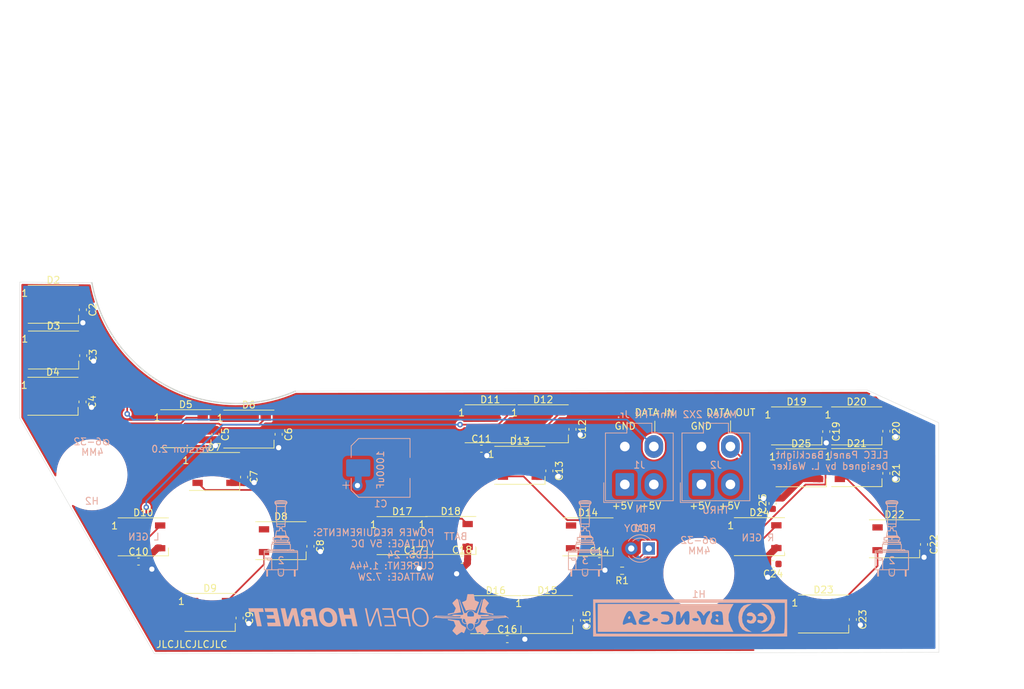
<source format=kicad_pcb>
(kicad_pcb (version 20211014) (generator pcbnew)
  (layers (0 "F.Cu" signal) (31 "B.Cu" signal) (34 "B.Paste" user) (35 "F.Paste" user) (36 "B.SilkS" user "B.Silkscreen") (37 "F.SilkS" user "F.Silkscreen") (38 "B.Mask" user) (39 "F.Mask" user) (44 "Edge.Cuts" user))
  (net 0 "")
  (net 1 "/LEDGND")
  (net 2 "/LED+5V")
  (net 3 "Net-(D1-Pad1)")
  (net 4 "Net-(D2-Pad2)")
  (net 5 "/DATAIN")
  (net 6 "Net-(D3-Pad2)")
  (net 7 "Net-(D4-Pad2)")
  (net 8 "Net-(D5-Pad2)")
  (net 9 "Net-(D6-Pad2)")
  (net 10 "Net-(D7-Pad2)")
  (net 11 "Net-(D8-Pad2)")
  (net 12 "Net-(D10-Pad4)")
  (net 13 "Net-(D10-Pad2)")
  (net 14 "Net-(D11-Pad2)")
  (net 15 "Net-(D12-Pad2)")
  (net 16 "/DATAOUT1")
  (net 17 "Net-(D14-Pad2)")
  (net 18 "Net-(D15-Pad2)")
  (net 19 "Net-(D16-Pad2)")
  (net 20 "Net-(D17-Pad2)")
  (net 21 "Net-(D18-Pad2)")
  (net 22 "Net-(D19-Pad2)")
  (net 23 "Net-(D20-Pad2)")
  (net 24 "Net-(D21-Pad2)")
  (net 25 "Net-(D22-Pad2)")
  (net 26 "Net-(D23-Pad2)")
  (net 27 "Net-(D24-Pad2)")
  (net 28 "/DATAOUT")
  (footprint "OH_Footprints:LED_WS2812B_PLCC4_5.0x5.0mm_P3.2mm" (layer "F.Cu") (at 34.8234 101.067)
    (fp_text reference "D2")
    (fp_text value "WS2812B")
  )
  (footprint "OH_Footprints:LED_WS2812B_PLCC4_5.0x5.0mm_P3.2mm" (layer "F.Cu") (at 34.8488 107.696)
    (fp_text reference "D3")
    (fp_text value "WS2812B")
  )
  (footprint "OH_Footprints:LED_WS2812B_PLCC4_5.0x5.0mm_P3.2mm" (layer "F.Cu") (at 34.761 114.402)
    (fp_text reference "D4")
    (fp_text value "WS2812B")
  )
  (footprint "OH_Footprints:LED_WS2812B_PLCC4_5.0x5.0mm_P3.2mm" (layer "F.Cu") (at 54.0004 119.101)
    (fp_text reference "D5")
    (fp_text value "WS2812B")
  )
  (footprint "OH_Footprints:LED_WS2812B_PLCC4_5.0x5.0mm_P3.2mm" (layer "F.Cu") (at 63.1306 119.151)
    (fp_text reference "D6")
    (fp_text value "WS2812B")
  )
  (footprint "OH_Footprints:LED_WS2812B_PLCC4_5.0x5.0mm_P3.2mm" (layer "F.Cu") (at 58.166 125.298)
    (fp_text reference "D7")
    (fp_text value "WS2812B")
  )
  (footprint "OH_Footprints:LED_WS2812B_PLCC4_5.0x5.0mm_P3.2mm" (layer "F.Cu") (at 67.781 135.331)
    (fp_text reference "D8")
    (fp_text value "WS2812B")
  )
  (footprint "OH_Footprints:LED_WS2812B_PLCC4_5.0x5.0mm_P3.2mm" (layer "F.Cu") (at 57.5194 145.72)
    (fp_text reference "D9")
    (fp_text value "WS2812B")
  )
  (footprint "OH_Footprints:LED_WS2812B_PLCC4_5.0x5.0mm_P3.2mm" (layer "F.Cu") (at 47.842 134.772)
    (fp_text reference "D10")
    (fp_text value "WS2812B")
  )
  (footprint "OH_Footprints:LED_WS2812B_PLCC4_5.0x5.0mm_P3.2mm" (layer "F.Cu") (at 98.0948 118.389)
    (fp_text reference "D11")
    (fp_text value "WS2812B")
  )
  (footprint "OH_Footprints:LED_WS2812B_PLCC4_5.0x5.0mm_P3.2mm" (layer "F.Cu") (at 105.754 118.389)
    (fp_text reference "D12")
    (fp_text value "WS2812B")
  )
  (footprint "OH_Footprints:LED_WS2812B_PLCC4_5.0x5.0mm_P3.2mm" (layer "F.Cu") (at 102.376 124.409)
    (fp_text reference "D13")
    (fp_text value "WS2812B")
  )
  (footprint "OH_Footprints:LED_WS2812B_PLCC4_5.0x5.0mm_P3.2mm" (layer "F.Cu") (at 112.243 134.772)
    (fp_text reference "D14")
    (fp_text value "WS2812B")
  )
  (footprint "OH_Footprints:LED_WS2812B_PLCC4_5.0x5.0mm_P3.2mm" (layer "F.Cu") (at 106.364 146.024)
    (fp_text reference "D15")
    (fp_text value "WS2812B")
  )
  (footprint "OH_Footprints:LED_WS2812B_PLCC4_5.0x5.0mm_P3.2mm" (layer "F.Cu") (at 98.8938 146.05)
    (fp_text reference "D16")
    (fp_text value "WS2812B")
  )
  (footprint "OH_Footprints:LED_WS2812B_PLCC4_5.0x5.0mm_P3.2mm" (layer "F.Cu") (at 85.3302 134.594)
    (fp_text reference "D17")
    (fp_text value "WS2812B")
  )
  (footprint "OH_Footprints:LED_WS2812B_PLCC4_5.0x5.0mm_P3.2mm" (layer "F.Cu") (at 92.3682 134.569)
    (fp_text reference "D18")
    (fp_text value "WS2812B")
  )
  (footprint "OH_Footprints:LED_WS2812B_PLCC4_5.0x5.0mm_P3.2mm" (layer "F.Cu") (at 142.455 118.694)
    (fp_text reference "D19")
    (fp_text value "WS2812B")
  )
  (footprint "OH_Footprints:LED_WS2812B_PLCC4_5.0x5.0mm_P3.2mm" (layer "F.Cu") (at 151.155 118.694)
    (fp_text reference "D20")
    (fp_text value "WS2812B")
  )
  (footprint "OH_Footprints:LED_WS2812B_PLCC4_5.0x5.0mm_P3.2mm" (layer "F.Cu") (at 151.167 124.739)
    (fp_text reference "D21")
    (fp_text value "WS2812B")
  )
  (footprint "OH_Footprints:LED_WS2812B_PLCC4_5.0x5.0mm_P3.2mm" (layer "F.Cu") (at 156.63 135.052)
    (fp_text reference "D22")
    (fp_text value "WS2812B")
  )
  (footprint "OH_Footprints:LED_WS2812B_PLCC4_5.0x5.0mm_P3.2mm" (layer "F.Cu") (at 146.355 145.948)
    (fp_text reference "D23")
    (fp_text value "WS2812B")
  )
  (footprint "OH_Footprints:LED_WS2812B_PLCC4_5.0x5.0mm_P3.2mm" (layer "F.Cu") (at 137.072 134.747)
    (fp_text reference "D24")
    (fp_text value "WS2812B")
  )
  (footprint "OH_Footprints:LED_WS2812B_PLCC4_5.0x5.0mm_P3.2mm" (layer "F.Cu") (at 143.117 124.765)
    (fp_text reference "D25")
    (fp_text value "WS2812B")
  )
  (footprint "OH_Footprints:R_0603_1608Metric" (layer "F.Cu") (at 117.19 139.68 180)
    (fp_text reference "R1")
    (fp_text value "R")
  )
  (footprint "OH_Footprints:C_0603_1608Metric" (layer "F.Cu") (at 39.1 101.862 -90)
    (fp_text reference "C2")
    (fp_text value "C")
  )
  (footprint "OH_Footprints:C_0603_1608Metric" (layer "F.Cu") (at 39.15 108.512 -90)
    (fp_text reference "C3")
    (fp_text value "C")
  )
  (footprint "OH_Footprints:C_0603_1608Metric" (layer "F.Cu") (at 39.05 115.212 -90)
    (fp_text reference "C4")
    (fp_text value "C")
  )
  (footprint "OH_Footprints:C_0603_1608Metric" (layer "F.Cu") (at 58.3 119.912 -90)
    (fp_text reference "C5")
    (fp_text value "C")
  )
  (footprint "OH_Footprints:C_0603_1608Metric" (layer "F.Cu") (at 67.45 119.912 -90)
    (fp_text reference "C6")
    (fp_text value "C")
  )
  (footprint "OH_Footprints:C_0603_1608Metric" (layer "F.Cu") (at 62.45 126.112 -90)
    (fp_text reference "C7")
    (fp_text value "C")
  )
  (footprint "OH_Footprints:C_0603_1608Metric" (layer "F.Cu") (at 72.05 136.138 -90)
    (fp_text reference "C8")
    (fp_text value "C")
  )
  (footprint "OH_Footprints:C_0603_1608Metric" (layer "F.Cu") (at 61.8 146.538 -90)
    (fp_text reference "C9")
    (fp_text value "C")
  )
  (footprint "OH_Footprints:C_0603_1608Metric" (layer "F.Cu") (at 47.1625 138.35)
    (fp_text reference "C10")
    (fp_text value "C")
  )
  (footprint "OH_Footprints:C_0603_1608Metric" (layer "F.Cu") (at 96.8125 122)
    (fp_text reference "C11")
    (fp_text value "C")
  )
  (footprint "OH_Footprints:C_0603_1608Metric" (layer "F.Cu") (at 110 119.188 -90)
    (fp_text reference "C12")
    (fp_text value "C")
  )
  (footprint "OH_Footprints:C_0603_1608Metric" (layer "F.Cu") (at 106.65 125.212 -90)
    (fp_text reference "C13")
    (fp_text value "C")
  )
  (footprint "OH_Footprints:C_0603_1608Metric" (layer "F.Cu") (at 113.9 138.3)
    (fp_text reference "C14")
    (fp_text value "C")
  )
  (footprint "OH_Footprints:C_0603_1608Metric" (layer "F.Cu") (at 110.65 146.862 -90)
    (fp_text reference "C15")
    (fp_text value "C")
  )
  (footprint "OH_Footprints:C_0603_1608Metric" (layer "F.Cu") (at 87.0125 138.15)
    (fp_text reference "C17")
    (fp_text value "C")
  )
  (footprint "OH_Footprints:C_0603_1608Metric" (layer "F.Cu") (at 94.0125 138.1)
    (fp_text reference "C18")
    (fp_text value "C")
  )
  (footprint "OH_Footprints:C_0603_1608Metric" (layer "F.Cu") (at 146.75 119.512 -90)
    (fp_text reference "C19")
    (fp_text value "C")
  )
  (footprint "OH_Footprints:C_0603_1608Metric" (layer "F.Cu") (at 100.562 149.6)
    (fp_text reference "C16")
    (fp_text value "C")
  )
  (footprint "OH_Footprints:C_0603_1608Metric" (layer "F.Cu") (at 155.45 119.462 -90)
    (fp_text reference "C20")
    (fp_text value "C")
  )
  (footprint "OH_Footprints:C_0603_1608Metric" (layer "F.Cu") (at 155.45 125.562 -90)
    (fp_text reference "C21")
    (fp_text value "C")
  )
  (footprint "OH_Footprints:C_0603_1608Metric" (layer "F.Cu") (at 160.91 135.87 -90)
    (fp_text reference "C22")
    (fp_text value "C")
  )
  (footprint "OH_Footprints:C_0603_1608Metric" (layer "F.Cu") (at 150.6 146.752 -90)
    (fp_text reference "C23")
    (fp_text value "C")
  )
  (footprint "OH_Footprints:C_0603_1608Metric" (layer "F.Cu") (at 139.0575 138.7 180)
    (fp_text reference "C24")
    (fp_text value "C")
  )
  (footprint "OH_Footprints:C_0603_1608Metric" (layer "F.Cu") (at 138.98 129.94 90)
    (fp_text reference "C25")
    (fp_text value "C")
  )
  (footprint "OH_Backlighting:SxAL_Toggle_13x13mm" (layer "F.Cu") (at 146.7104 134.7978)
    (fp_text reference "3" hide)
    (fp_text value "SxAL_Toggle_13x13mm" hide)
  )
  (footprint "OH_Backlighting:SxAL_Toggle_13x13mm" (layer "F.Cu") (at 102.2604 134.7978)
    (fp_text reference "2" hide)
    (fp_text value "SxAL_Toggle_13x13mm" hide)
  )
  (footprint "OH_Backlighting:SxAL_Toggle_13x13mm" (layer "F.Cu") (at 57.8104 134.979916)
    (fp_text reference "1" hide)
    (fp_text value "SxAL_Toggle_13x13mm" hide)
  )
  (footprint "OH_Backlighting:OH_Panel_6-32_PHS" (layer "F.Cu") (at 128.2954 140.0683)
    (fp_text reference "4" hide)
    (fp_text value "OH_Panel_Fastner_Keepout" hide)
  )
  (footprint "OH_Backlighting:OH_Panel_6-32_PHS" (layer "F.Cu") (at 40.4114 125.7808)
    (fp_text reference "5" hide)
    (fp_text value "OH_Panel_Fastner_Keepout" hide)
  )
  (footprint "Kicad Footprint Files:S2ALToggle" (layer "B.Cu") (at 67.9196 135.128 180)
    (fp_text reference "G1" hide)
    (fp_text value "LOGO" hide)
  )
  (footprint "Kicad Footprint Files:S2ALToggle" (layer "B.Cu") (at 156.3878 135.128 180)
    (fp_text reference "G3" hide)
    (fp_text value "LOGO" hide)
  )
  (footprint "Kicad Footprint Files:S3ALToggle" (layer "B.Cu") (at 111.9632 135.128 180)
    (fp_text reference "G2" hide)
    (fp_text value "LOGO" hide)
  )
  (footprint "OH_Footprints:CP_Elec_8x10" (layer "B.Cu") (at 82.22 124.78)
    (fp_text reference "C1")
    (fp_text value "C_Polarized")
  )
  (footprint "OH_Footprints:LED_D3.0mm" (layer "B.Cu") (at 121.05 136.46 180)
    (fp_text reference "D1")
    (fp_text value "LED")
  )
  (footprint "OH_Footprints:Molex_Mini-Fit_Jr_5566-04A_2x02_P4.20mm_Vertical" (layer "B.Cu") (at 117.58 127.18)
    (fp_text reference "J1")
    (fp_text value "Conn_01x04_Female")
  )
  (footprint "OH_Footprints:Molex_Mini-Fit_Jr_5566-04A_2x02_P4.20mm_Vertical" (layer "B.Cu") (at 128.67 127.18)
    (fp_text reference "J2")
    (fp_text value "Conn_01x04_Female")
  )
  (footprint "OH_General:CC-BY-NC-SA-Small" (layer "B.Cu") (at 127.12 146.52 180)
    (fp_text reference "G5" hide)
    (fp_text value "LOGO" hide)
  )
  (footprint "OH_General:OH_LOGO_37.7mm_5.9mm" (layer "B.Cu") (at 81.92 146.05 180)
    (fp_text reference "G4" hide)
    (fp_text value "LOGO" hide)
  )
  (gr_line (start 132.9 119.6) (end 132.9 117.95) (layer "F.SilkS") (width 0.12))
  (gr_line (start 121.925 118) (end 121.925 119.55) (layer "F.SilkS") (width 0.12))
  (gr_arc (start 69.85081 113.666856) (mid 51.321601 112.936801) (end 40.4114 97.9424) (layer "Edge.Cuts") (width 0.2))
  (gr_line (start 163.068 151.511) (end 163.0426 118.237) (layer "Edge.Cuts") (width 0.05))
  (gr_line (start 49.4284 151.6888) (end 163.068 151.511) (layer "Edge.Cuts") (width 0.05))
  (gr_line (start 29.9466 117.5512) (end 49.4284 151.6888) (layer "Edge.Cuts") (width 0.05))
  (gr_line (start 152.7048 113.5126) (end 69.85081 113.666856) (layer "Edge.Cuts") (width 0.05))
  (gr_line (start 29.9466 97.8662) (end 40.4114 97.9424) (layer "Edge.Cuts") (width 0.05))
  (gr_line (start 163.0426 118.237) (end 152.7048 113.5126) (layer "Edge.Cuts") (width 0.05))
  (gr_line (start 29.9466 97.8662) (end 29.9466 117.5512) (layer "Edge.Cuts") (width 0.05))
  (gr_text "L GEN" (at 47.9298 134.7724) (layer "B.SilkS") (effects (font (size 1 1)) (justify mirror)))
  (gr_text "R GEN" (at 136.8552 134.8994) (layer "B.SilkS") (effects (font (size 1 1)) (justify mirror)))
  (gr_text "Molex 2X2 Mini-Fit Jr." (at 125.13 117.04) (layer "B.SilkS") (effects (font (size 1 1)) (justify mirror)))
  (gr_text "1000uF" (at 82.2 125.08 90) (layer "B.SilkS") (effects (font (size 1 1)) (justify mirror)))
  (gr_text "ELEC Panel Backlight\nDesigned by L. Walker" (at 155.85 123.72) (layer "B.SilkS") (effects (font (size 1 1)) (justify left mirror)))
  (gr_text "Version 2.0" (at 53.3146 122.047) (layer "B.SilkS") (effects (font (size 1 1)) (justify mirror)))
  (gr_text "THRU" (at 130.75 130.91) (layer "B.SilkS") (effects (font (size 1 1)) (justify mirror)))
  (gr_text "READY" (at 119.8 133.55) (layer "B.SilkS") (effects (font (size 1 1)) (justify mirror)))
  (gr_text "POWER REQUIREMENTS:\nVOLTAGE: 5V DC\nLEDS: 24\nCURRENT: 1.44A\nWATTAGE: 7.2W" (at 90.07 137.37) (layer "B.SilkS") (effects (font (size 1 1)) (justify left mirror)))
  (gr_text "BATT" (at 93.091 134.7216) (layer "B.SilkS") (effects (font (size 1 1)) (justify mirror)))
  (gr_text "IN" (at 119.87 130.73) (layer "B.SilkS") (effects (font (size 1 1)) (justify mirror)))
  (gr_text "+5V" (at 132.725 130.275) (layer "F.SilkS") (effects (font (size 1 1))))
  (gr_text "GND" (at 128.65 118.725) (layer "F.SilkS") (effects (font (size 1 1))))
  (gr_text "DATA OUT" (at 132.925 116.75) (layer "F.SilkS") (effects (font (size 1 1))))
  (gr_text "DATA IN" (at 121.9 116.75) (layer "F.SilkS") (effects (font (size 1 1))))
  (gr_text "+5V" (at 128.475 130.275) (layer "F.SilkS") (effects (font (size 1 1))))
  (gr_text "JLCJLCJLCJLC" (at 54.875 150.35) (layer "F.SilkS") (effects (font (size 1 1))))
  (gr_text "+5V" (at 121.325 130.275) (layer "F.SilkS") (effects (font (size 1 1))))
  (gr_text "+5V" (at 117.25 130.275) (layer "F.SilkS") (effects (font (size 1 1))))
  (gr_text "GND" (at 117.625 118.725) (layer "F.SilkS") (effects (font (size 1 1))))
  (segment (start 49.09 139.45) (end 49.09 139.45) (width 1) (layer "F.Cu") (net 1))
  (segment (start 138.27 140.62) (end 138.27 140.62) (width 1) (layer "F.Cu") (net 1))
  (segment (start 93.22 140.12) (end 93.255 140.12) (width 1) (layer "F.Cu") (net 1))
  (segment (start 103.1 149.6) (end 103.1 149.6) (width 1) (layer "F.Cu") (net 1))
  (segment (start 145.567 126.365) (end 145.795 126.365) (width 1) (layer "F.Cu") (net 1))
  (segment (start 116.402 139.68) (end 114.78 139.68) (width 1) (layer "F.Cu") (net 1))
  (segment (start 61.795 147.32) (end 61.8 147.325) (width 1) (layer "F.Cu") (net 1))
  (segment (start 150.6 147.54) (end 151.145 147.535) (width 1) (layer "F.Cu") (net 1))
  (segment (start 50.292 136.372) (end 49.928 136.372) (width 1) (layer "F.Cu") (net 1))
  (segment (start 39.05 116) (end 40.35 116) (width 1) (layer "F.Cu") (net 1))
  (segment (start 160.907 136.655) (end 160.91 136.658) (width 1) (layer "F.Cu") (net 1))
  (segment (start 39.1 102.65) (end 39.1 103.75) (width 1) (layer "F.Cu") (net 1))
  (segment (start 37.211 116.002) (end 39.048 116.002) (width 1) (layer "F.Cu") (net 1))
  (segment (start 114.693 138.294) (end 114.6905 138.297) (width 1) (layer "F.Cu") (net 1))
  (segment (start 100.5448 119.989) (end 100.545 119.989) (width 1) (layer "F.Cu") (net 1))
  (segment (start 99.461 119.989) (end 100.5448 119.989) (width 1) (layer "F.Cu") (net 1))
  (segment (start 155.4445 126.3445) (end 155.445 126.3445) (width 1) (layer "F.Cu") (net 1))
  (segment (start 160.91 136.658) (end 160.91 137.73) (width 1) (layer "F.Cu") (net 1))
  (segment (start 109.986 119.989) (end 109.993 119.982) (width 1) (layer "F.Cu") (net 1))
  (segment (start 104.826 126.009) (end 106.641 126.009) (width 1) (layer "F.Cu") (net 1))
  (segment (start 146.747 120.297) (end 146.7475 120.297) (width 1) (layer "F.Cu") (net 1))
  (segment (start 110.65 147.65) (end 111.95 147.65) (width 1) (layer "F.Cu") (net 1))
  (segment (start 97.6 122) (end 97.6 121.85) (width 1) (layer "F.Cu") (net 1))
  (segment (start 87.8 138.15) (end 87.8 139.35) (width 1) (layer "F.Cu") (net 1))
  (segment (start 62.45 126.9) (end 63.9 126.9) (width 1) (layer "F.Cu") (net 1))
  (segment (start 65.5806 120.751) (end 67.399 120.751) (width 1) (layer "F.Cu") (net 1))
  (segment (start 109.993 119.982) (end 110 119.975) (width 1) (layer "F.Cu") (net 1))
  (segment (start 101.344 148.337) (end 101.344 149.594) (width 1) (layer "F.Cu") (net 1))
  (segment (start 150.6045 147.535) (end 150.6 147.5395) (width 1) (layer "F.Cu") (net 1))
  (segment (start 72.044 136.931) (end 72.047 136.928) (width 1) (layer "F.Cu") (net 1))
  (segment (start 73.5 136.9) (end 73.475 136.925) (width 1) (layer "F.Cu") (net 1))
  (segment (start 101.344 148.337) (end 101.3438 148.3368) (width 1) (layer "F.Cu") (net 1))
  (segment (start 160.907 136.655) (end 160.9075 136.655) (width 1) (layer "F.Cu") (net 1))
  (segment (start 39.1485 109.298) (end 39.15 109.2995) (width 1) (layer "F.Cu") (net 1))
  (segment (start 109.993 119.982) (end 109.9935 119.982) (width 1) (layer "F.Cu") (net 1))
  (segment (start 67.45 120.7) (end 67.45 121.85) (width 1) (layer "F.Cu") (net 1))
  (segment (start 94.8182 136.169) (end 94.8182 138.082) (width 1) (layer "F.Cu") (net 1))
  (segment (start 110 119.975) (end 111.125 119.975) (width 1) (layer "F.Cu") (net 1))
  (segment (start 146.747 120.297) (end 146.75 120.3) (width 1) (layer "F.Cu") (net 1))
  (segment (start 148.805 147.548) (end 150.592 147.548) (width 1) (layer "F.Cu") (net 1))
  (segment (start 106.641 126.009) (end 106.65 126) (width 1) (layer "F.Cu") (net 1))
  (segment (start 62.448 126.898) (end 62.449 126.899) (width 1) (layer "F.Cu") (net 1))
  (segment (start 39.146 109.296) (end 39.148 109.298) (width 1) (layer "F.Cu") (net 1))
  (segment (start 62.4495 126.899) (end 62.45 126.8995) (width 1) (layer "F.Cu") (net 1))
  (segment (start 139.522 136.347) (end 138.27 137.599) (width 1) (layer "F.Cu") (net 1))
  (segment (start 114.6905 138.297) (end 114.6875 138.3) (width 1) (layer "F.Cu") (net 1))
  (segment (start 145.816991 126.343009) (end 143.198993 126.343009) (width 1) (layer "F.Cu") (net 1))
  (segment (start 106.65 126) (end 106.65 125.9995) (width 1) (layer "F.Cu") (net 1))
  (segment (start 47.95 138.35) (end 47.99 138.35) (width 1) (layer "F.Cu") (net 1))
  (segment (start 94.8 138.575) (end 93.22 140.12) (width 1) (layer "F.Cu") (net 1))
  (segment (start 101.344 147.65) (end 101.344 148.337) (width 1) (layer "F.Cu") (net 1))
  (segment (start 62.449 126.899) (end 62.4495 126.899) (width 1) (layer "F.Cu") (net 1))
  (segment (start 94.8 138.1) (end 94.8 138.575) (width 1) (layer "F.Cu") (net 1))
  (segment (start 39.148 109.298) (end 39.15 109.3) (width 1) (layer "F.Cu") (net 1))
  (segment (start 138.27 137.599) (end 138.27 138.7) (width 1) (layer "F.Cu") (net 1))
  (segment (start 39.148 109.298) (end 39.1485 109.298) (width 1) (layer "F.Cu") (net 1))
  (segment (start 151.145 147.535) (end 151.69 147.53) (width 1) (layer "F.Cu") (net 1))
  (segment (start 97.6 121.85) (end 99.461 119.989) (width 1) (layer "F.Cu") (net 1))
  (segment (start 108.204 119.989) (end 109.986 119.989) (width 1) (layer "F.Cu") (net 1))
  (segment (start 114.78 139.68) (end 114.7 139.6) (width 1) (layer "F.Cu") (net 1))
  (segment (start 114.7 139.6) (end 114.688 139.588) (width 1) (layer "F.Cu") (net 1))
  (segment (start 101.3495 149.6) (end 103.1 149.6) (width 1) (layer "F.Cu") (net 1))
  (segment (start 62.449 126.899) (end 62.45 126.9) (width 1) (layer "F.Cu") (net 1))
  (segment (start 151.145 147.535) (end 150.6045 147.535) (width 1) (layer "F.Cu") (net 1))
  (segment (start 110.6498 147.6497) (end 110.65 147.65) (width 1) (layer "F.Cu") (net 1))
  (segment (start 112 147.65) (end 111.95 147.65) (width 1) (layer "F.Cu") (net 1))
  (segment (start 160.9075 136.655) (end 160.91 136.6575) (width 1) (layer "F.Cu") (net 1))
  (segment (start 39.048 116.002) (end 39.05 116) (width 1) (layer "F.Cu") (net 1))
  (segment (start 101.3438 148.3368) (end 101.3438 147.65) (width 1) (layer "F.Cu") (net 1))
  (segment (start 97.6 122) (end 97.6 123) (width 1) (layer "F.Cu") (net 1))
  (segment (start 72.0475 136.928) (end 72.05 136.9255) (width 1) (layer "F.Cu") (net 1))
  (segment (start 72.047 136.928) (end 72.0475 136.928) (width 1) (layer "F.Cu") (net 1))
  (segment (start 58.299 120.701) (end 58.3 120.7) (width 1) (layer "F.Cu") (net 1))
  (segment (start 37.2734 102.667) (end 39.083 102.667) (width 1) (layer "F.Cu") (net 1))
  (segment (start 49.928 136.372) (end 47.95 138.35) (width 1) (layer "F.Cu") (net 1))
  (segment (start 155.445 126.3445) (end 155.45 126.3495) (width 1) (layer "F.Cu") (net 1))
  (segment (start 151.69 147.53) (end 151.68 147.54) (width 1) (layer "F.Cu") (net 1))
  (segment (start 155.439 126.339) (end 155.4445 126.3445) (width 1) (layer "F.Cu") (net 1))
  (segment (start 87.7802 136.194) (end 87.7802 138.13) (width 1) (layer "F.Cu") (net 1))
  (segment (start 159.08 136.652) (end 160.904 136.652) (width 1) (layer "F.Cu") (net 1))
  (segment (start 56.4504 120.701) (end 58.299 120.701) (width 1) (layer "F.Cu") (net 1))
  (segment (start 67.45 120.7) (end 67.45 120.6995) (width 1) (layer "F.Cu") (net 1))
  (segment (start 67.399 120.751) (end 67.45 120.7) (width 1) (layer "F.Cu") (net 1))
  (segment (start 110.65 147.6495) (end 110.6498 147.6497) (width 1) (layer "F.Cu") (net 1))
  (segment (start 114.693 136.372) (end 114.693 138.294) (width 1) (layer "F.Cu") (net 1))
  (segment (start 160.904 136.652) (end 160.907 136.655) (width 1) (layer "F.Cu") (net 1))
  (segment (start 114.688 138.3) (end 114.7 139.6) (width 1) (layer "F.Cu") (net 1))
  (segment (start 101.3495 149.5995) (end 101.35 149.6) (width 1) (layer "F.Cu") (net 1))
  (segment (start 155.45 120.25) (end 155.45 120.2495) (width 1) (layer "F.Cu") (net 1))
  (segment (start 153.605 120.294) (end 155.406 120.294) (width 1) (layer "F.Cu") (net 1))
  (segment (start 97.6 123) (end 97.6 123.05) (width 1) (layer "F.Cu") (net 1))
  (segment (start 39.05 116) (end 39.05 115.9995) (width 1) (layer "F.Cu") (net 1))
  (segment (start 143.198993 126.343009) (end 140.389502 129.1525) (width 1) (layer "F.Cu") (net 1))
  (segment (start 140.389502 129.1525) (end 138.98 129.1525) (width 1) (layer "F.Cu") (net 1))
  (segment (start 101.3495 149.5995) (end 101.3495 149.6) (width 1) (layer "F.Cu") (net 1))
  (segment (start 146.75 120.3) (end 146.75 121.15) (width 1) (layer "F.Cu") (net 1))
  (segment (start 139.0005 129.188) (end 139 129.188) (width 1) (layer "F.Cu") (net 1))
  (segment (start 145.795 126.365) (end 145.816991 126.343009) (width 1) (layer "F.Cu") (net 1))
  (segment (start 39.083 102.667) (end 39.1 102.65) (width 1) (layer "F.Cu") (net 1))
  (segment (start 109.9935 119.982) (end 110 119.9755) (width 1) (layer "F.Cu") (net 1))
  (segment (start 94.8182 138.082) (end 94.8 138.1) (width 1) (layer "F.Cu") (net 1))
  (segment (start 59.9694 147.32) (end 61.795 147.32) (width 1) (layer "F.Cu") (net 1))
  (segment (start 155.45 126.35) (end 156.75 126.35) (width 1) (layer "F.Cu") (net 1))
  (segment (start 108.814 147.624) (end 110.624 147.624) (width 1) (layer "F.Cu") (net 1))
  (segment (start 146.7475 120.297) (end 146.75 120.2995) (width 1) (layer "F.Cu") (net 1))
  (segment (start 116.402 139.68) (end 116.4025 139.68) (width 1) (layer "F.Cu") (net 1))
  (segment (start 139.0005 129.188) (end 139 129.1875) (width 1) (layer "F.Cu") (net 1))
  (segment (start 150.592 147.548) (end 150.6 147.54) (width 1) (layer "F.Cu") (net 1))
  (segment (start 139 129.188) (end 137.66 129.21) (width 1) (layer "F.Cu") (net 1))
  (segment (start 58.3 120.7) (end 58.3 120.6995) (width 1) (layer "F.Cu") (net 1))
  (segment (start 58.3 120.7) (end 58.3 121.55) (width 1) (layer "F.Cu") (net 1))
  (segment (start 106.65 126) (end 107.95 126) (width 1) (layer "F.Cu") (net 1))
  (segment (start 114.6905 138.297) (end 114.688 138.3) (width 1) (layer "F.Cu") (net 1))
  (segment (start 39.1 102.65) (end 39.1 102.6495) (width 1) (layer "F.Cu") (net 1))
  (segment (start 144.905 120.294) (end 146.744 120.294) (width 1) (layer "F.Cu") (net 1))
  (segment (start 110.624 147.624) (end 110.6498 147.6497) (width 1) (layer "F.Cu") (net 1))
  (segment (start 70.231 136.931) (end 72.044 136.931) (width 1) (layer "F.Cu") (net 1))
  (segment (start 101.344 149.594) (end 101.3495 149.5995) (width 1) (layer "F.Cu") (net 1))
  (segment (start 146.744 120.294) (end 146.747 120.297) (width 1) (layer "F.Cu") (net 1))
  (segment (start 155.4445 126.3445) (end 155.45 126.35) (width 1) (layer "F.Cu") (net 1))
  (segment (start 155.45 120.25) (end 156.8 120.25) (width 1) (layer "F.Cu") (net 1))
  (segment (start 155.406 120.294) (end 155.45 120.25) (width 1) (layer "F.Cu") (net 1))
  (segment (start 61.8 147.325) (end 63.125 147.325) (width 1) (layer "F.Cu") (net 1))
  (segment (start 61.8 147.325) (end 61.8 147.3255) (width 1) (layer "F.Cu") (net 1))
  (segment (start 47.99 138.35) (end 49.09 139.45) (width 1) (layer "F.Cu") (net 1))
  (segment (start 72.05 136.925) (end 73.5 136.9) (width 1) (layer "F.Cu") (net 1))
  (segment (start 39.15 109.3) (end 40.65 109.3) (width 1) (layer "F.Cu") (net 1))
  (segment (start 37.2988 109.296) (end 39.146 109.296) (width 1) (layer "F.Cu") (net 1))
  (segment (start 87.7802 138.13) (end 87.8 138.15) (width 1) (layer "F.Cu") (net 1))
  (segment (start 60.616 126.898) (end 62.448 126.898) (width 1) (layer "F.Cu") (net 1))
  (segment (start 153.617 126.339) (end 155.439 126.339) (width 1) (layer "F.Cu") (net 1))
  (segment (start 72.047 136.928) (end 72.05 136.925) (width 1) (layer "F.Cu") (net 1))
  (segment (start 138.27 138.7) (end 138.27 140.62) (width 1) (layer "F.Cu") (net 1))
  (via (at 97.6 123) (size 1.5) (drill 0.75) (layers "F.Cu" "B.Cu") (net 1))
  (via (at 63.9 126.9) (size 1.5) (drill 0.75) (layers "F.Cu" "B.Cu") (net 1))
  (via (at 103.1 149.6) (size 1.5) (drill 0.75) (layers "F.Cu" "B.Cu") (net 1))
  (via (at 87.8 139.35) (size 1.5) (drill 0.75) (layers "F.Cu" "B.Cu") (net 1))
  (via (at 112 147.65) (size 1.5) (drill 0.75) (layers "F.Cu" "B.Cu") (net 1))
  (via (at 73.5 136.9) (size 1.5) (drill 0.75) (layers "F.Cu" "B.Cu") (net 1))
  (via (at 151.69 147.53) (size 1.5) (drill 0.75) (layers "F.Cu" "B.Cu") (net 1))
  (via (at 49.09 139.45) (size 1.5) (drill 0.75) (layers "F.Cu" "B.Cu") (net 1))
  (via (at 39.1 103.75) (size 1.5) (drill 0.75) (layers "F.Cu" "B.Cu") (net 1))
  (via (at 137.66 129.21) (size 1.5) (drill 0.75) (layers "F.Cu" "B.Cu") (net 1))
  (via (at 107.95 126) (size 1.5) (drill 0.75) (layers "F.Cu" "B.Cu") (net 1))
  (via (at 40.35 116) (size 1.5) (drill 0.75) (layers "F.Cu" "B.Cu") (net 1))
  (via (at 146.75 121.15) (size 1.5) (drill 0.75) (layers "F.Cu" "B.Cu") (net 1))
  (via (at 93.22 140.12) (size 1.5) (drill 0.75) (layers "F.Cu" "B.Cu") (net 1))
  (via (at 114.7 139.6) (size 1.5) (drill 0.75) (layers "F.Cu" "B.Cu") (net 1))
  (via (at 111.125 119.975) (size 1.5) (drill 0.75) (layers "F.Cu" "B.Cu") (net 1))
  (via (at 67.45 121.85) (size 1.5) (drill 0.75) (layers "F.Cu" "B.Cu") (net 1))
  (via (at 160.91 137.73) (size 1.5) (drill 0.75) (layers "F.Cu" "B.Cu") (net 1))
  (via (at 58.3 121.55) (size 1.5) (drill 0.75) (layers "F.Cu" "B.Cu") (net 1))
  (via (at 63.125 147.325) (size 1.5) (drill 0.75) (layers "F.Cu" "B.Cu") (net 1))
  (via (at 156.75 126.35) (size 1.5) (drill 0.75) (layers "F.Cu" "B.Cu") (net 1))
  (via (at 40.65 109.3) (size 1.5) (drill 0.75) (layers "F.Cu" "B.Cu") (net 1))
  (via (at 138.27 140.62) (size 1.5) (drill 0.75) (layers "F.Cu" "B.Cu") (net 1))
  (via (at 156.8 120.25) (size 1.5) (drill 0.75) (layers "F.Cu" "B.Cu") (net 1))
  (via (at 78.8629 127.3336) (size 1.5) (drill 0.75) (layers "F.Cu" "B.Cu") (net 2))
  (segment (start 78.8629 127.3336) (end 78.97 127.2265) (width 1) (layer "B.Cu") (net 2))
  (segment (start 78.97 127.2265) (end 78.97 124.78) (width 1) (layer "B.Cu") (net 2))
  (segment (start 117.978 139.606) (end 117.978 139.532) (width 0.25) (layer "F.Cu") (net 3))
  (segment (start 117.978 139.532) (end 121.05 136.46) (width 0.25) (layer "F.Cu") (net 3))
  (segment (start 117.978 139.68) (end 117.978 139.606) (width 0.25) (layer "F.Cu") (net 3))
  (segment (start 117.9775 139.6065) (end 117.9775 139.68) (width 0.25) (layer "F.Cu") (net 3))
  (segment (start 117.978 139.606) (end 117.9775 139.6065) (width 0.25) (layer "F.Cu") (net 3))
  (segment (start 32.3734 102.667) (end 33.8698 102.667) (width 0.25) (layer "F.Cu") (net 4))
  (segment (start 33.8698 102.667) (end 37.2988 106.096) (width 0.25) (layer "F.Cu") (net 4))
  (segment (start 38.736494 99.467) (end 37.2734 99.467) (width 0.25) (layer "F.Cu") (net 5))
  (segment (start 45.52 109.9) (end 45.52 116.95) (width 0.25) (layer "F.Cu") (net 5))
  (segment (start 40.661123 101.391629) (end 38.736494 99.467) (width 0.25) (layer "F.Cu") (net 5))
  (segment (start 40.661123 105.041123) (end 40.661123 101.391629) (width 0.25) (layer "F.Cu") (net 5))
  (segment (start 40.661123 105.041123) (end 45.52 109.9) (width 0.25) (layer "F.Cu") (net 5))
  (via (at 45.52 116.95) (size 0.8) (drill 0.4) (layers "F.Cu" "B.Cu") (net 5))
  (segment (start 45.52 116.95) (end 45.51 116.93) (width 0.25) (layer "B.Cu") (net 5))
  (segment (start 117.88 117.78) (end 52.62 117.78) (width 0.25) (layer "B.Cu") (net 5))
  (segment (start 121.78 121.68) (end 117.88 117.78) (width 0.25) (layer "B.Cu") (net 5))
  (segment (start 46.36 117.78) (end 45.52 116.95) (width 0.25) (layer "B.Cu") (net 5))
  (segment (start 46.59 117.78) (end 46.36 117.78) (width 0.25) (layer "B.Cu") (net 5))
  (segment (start 52.62 117.78) (end 46.59 117.78) (width 0.25) (layer "B.Cu") (net 5))
  (segment (start 33.705 109.296) (end 37.211 112.802) (width 0.25) (layer "F.Cu") (net 6))
  (segment (start 32.3988 109.296) (end 33.705 109.296) (width 0.25) (layer "F.Cu") (net 6))
  (segment (start 34.635001 118.326001) (end 53.288989 118.326001) (width 0.25) (layer "F.Cu") (net 7))
  (segment (start 53.288989 118.326001) (end 54.11399 117.501) (width 0.25) (layer "F.Cu") (net 7))
  (segment (start 54.11399 117.501) (end 56.4504 117.501) (width 0.25) (layer "F.Cu") (net 7))
  (segment (start 32.311 116.002) (end 34.635001 118.326001) (width 0.25) (layer "F.Cu") (net 7))
  (segment (start 64.631347 118.500253) (end 58.919747 118.500253) (width 0.25) (layer "F.Cu") (net 8))
  (segment (start 65.5806 117.551) (end 64.631347 118.500253) (width 0.25) (layer "F.Cu") (net 8))
  (segment (start 53.88941 118.36199) (end 51.5504 120.701) (width 0.25) (layer "F.Cu") (net 8))
  (segment (start 58.919747 118.500253) (end 58.781484 118.36199) (width 0.25) (layer "F.Cu") (net 8))
  (segment (start 58.781484 118.36199) (end 53.88941 118.36199) (width 0.25) (layer "F.Cu") (net 8))
  (segment (start 60.6806 120.751) (end 60.6806 123.6334) (width 0.25) (layer "F.Cu") (net 9))
  (segment (start 60.6806 123.6334) (end 60.616 123.698) (width 0.25) (layer "F.Cu") (net 9))
  (segment (start 56.793001 127.975001) (end 64.475001 127.975001) (width 0.25) (layer "F.Cu") (net 10))
  (segment (start 64.475001 127.975001) (end 70.231 133.731) (width 0.25) (layer "F.Cu") (net 10))
  (segment (start 55.716 126.898) (end 56.793001 127.975001) (width 0.25) (layer "F.Cu") (net 10))
  (segment (start 65.331 138.7584) (end 65.331 136.931) (width 0.25) (layer "F.Cu") (net 11))
  (segment (start 59.9694 144.12) (end 65.331 138.7584) (width 0.25) (layer "F.Cu") (net 11))
  (segment (start 45.61249 138.86309) (end 45.61249 137.86751) (width 0.25) (layer "F.Cu") (net 12))
  (segment (start 50.292 133.188) (end 50.292 133.172) (width 0.25) (layer "F.Cu") (net 12))
  (segment (start 54.0694 147.32) (end 45.61249 138.86309) (width 0.25) (layer "F.Cu") (net 12))
  (segment (start 45.61249 137.86751) (end 50.292 133.188) (width 0.25) (layer "F.Cu") (net 12))
  (segment (start 55.0694 147.32) (end 54.0694 147.32) (width 0.25) (layer "F.Cu") (net 12))
  (segment (start 93.72 118.51) (end 93.75 118.48) (width 0.25) (layer "F.Cu") (net 13))
  (segment (start 45.392 136.372) (end 48.28 133.484) (width 0.25) (layer "F.Cu") (net 13))
  (segment (start 48.28 133.484) (end 48.28 130.48) (width 0.25) (layer "F.Cu") (net 13))
  (segment (start 99.29 118.48) (end 93.72 118.51) (width 0.25) (layer "F.Cu") (net 13))
  (segment (start 100.5448 116.789) (end 100.5448 117.2252) (width 0.25) (layer "F.Cu") (net 13))
  (segment (start 100.5448 117.2252) (end 99.29 118.48) (width 0.25) (layer "F.Cu") (net 13))
  (via (at 93.72 118.51) (size 0.8) (drill 0.4) (layers "F.Cu" "B.Cu") (net 13))
  (via (at 48.28 130.48) (size 0.8) (drill 0.4) (layers "F.Cu" "B.Cu") (net 13))
  (segment (start 48.28 129.593764) (end 48.28 130.48) (width 0.25) (layer "B.Cu") (net 13))
  (segment (start 59.363764 118.51) (end 48.28 129.593764) (width 0.25) (layer "B.Cu") (net 13))
  (segment (start 93.72 118.51) (end 61.32 118.51) (width 0.25) (layer "B.Cu") (net 13))
  (segment (start 61.32 118.51) (end 59.363764 118.51) (width 0.25) (layer "B.Cu") (net 13))
  (segment (start 106.054394 118.938606) (end 108.204 116.789) (width 0.25) (layer "F.Cu") (net 14))
  (segment (start 96.6448 119.989) (end 97.695194 118.938606) (width 0.25) (layer "F.Cu") (net 14))
  (segment (start 95.6448 119.989) (end 96.6448 119.989) (width 0.25) (layer "F.Cu") (net 14))
  (segment (start 97.695194 118.938606) (end 106.054394 118.938606) (width 0.25) (layer "F.Cu") (net 14))
  (segment (start 104.826 122.809) (end 104.826 121.511) (width 0.25) (layer "F.Cu") (net 15))
  (segment (start 104.826 121.511) (end 103.304 119.989) (width 0.25) (layer "F.Cu") (net 15))
  (segment (start 99.926 126.009) (end 102.9122 126.009) (width 0.25) (layer "F.Cu") (net 16))
  (segment (start 109.2499 132.3467) (end 112.7924 132.3467) (width 0.25) (layer "F.Cu") (net 16))
  (segment (start 114.693 133.172) (end 113.6177 133.172) (width 0.25) (layer "F.Cu") (net 16))
  (segment (start 112.7924 132.3467) (end 113.6177 133.172) (width 0.25) (layer "F.Cu") (net 16))
  (segment (start 102.9122 126.009) (end 109.2499 132.3467) (width 0.25) (layer "F.Cu") (net 16))
  (segment (start 110.8683 143.445) (end 109.8893 144.424) (width 0.25) (layer "F.Cu") (net 17))
  (segment (start 109.793 136.372) (end 110.8683 136.372) (width 0.25) (layer "F.Cu") (net 17))
  (segment (start 108.814 144.424) (end 109.8893 144.424) (width 0.25) (layer "F.Cu") (net 17))
  (segment (start 110.8683 136.372) (end 110.8683 143.445) (width 0.25) (layer "F.Cu") (net 17))
  (segment (start 101.3438 144.45) (end 101.3438 145.0538) (width 0.25) (layer "F.Cu") (net 18))
  (segment (start 101.3438 145.0538) (end 103.914 147.624) (width 0.25) (layer "F.Cu") (net 18))
  (segment (start 85.4117 134.2872) (end 86.7049 132.994) (width 0.25) (layer "F.Cu") (net 19))
  (segment (start 85.4117 138.6125) (end 85.4117 134.2872) (width 0.25) (layer "F.Cu") (net 19))
  (segment (start 96.4438 147.65) (end 94.4492 147.65) (width 0.25) (layer "F.Cu") (net 19))
  (segment (start 87.7802 132.994) (end 86.7049 132.994) (width 0.25) (layer "F.Cu") (net 19))
  (segment (start 94.4492 147.65) (end 85.4117 138.6125) (width 0.25) (layer "F.Cu") (net 19))
  (segment (start 83.8802 136.194) (end 84.961691 135.112509) (width 0.25) (layer "F.Cu") (net 20))
  (segment (start 82.8802 136.194) (end 83.8802 136.194) (width 0.25) (layer "F.Cu") (net 20))
  (segment (start 93.993199 132.143999) (end 94.8182 132.969) (width 0.25) (layer "F.Cu") (net 20))
  (segment (start 84.961691 133.977507) (end 86.795199 132.143999) (width 0.25) (layer "F.Cu") (net 20))
  (segment (start 86.795199 132.143999) (end 93.993199 132.143999) (width 0.25) (layer "F.Cu") (net 20))
  (segment (start 84.961691 135.112509) (end 84.961691 133.977507) (width 0.25) (layer "F.Cu") (net 20))
  (segment (start 156.004999 150.675001) (end 162.38 144.3) (width 0.25) (layer "F.Cu") (net 21))
  (segment (start 96.983797 146.824999) (end 97.453801 146.824999) (width 0.25) (layer "F.Cu") (net 21))
  (segment (start 97.453801 146.824999) (end 97.74 147.111198) (width 0.25) (layer "F.Cu") (net 21))
  (segment (start 89.9182 136.169) (end 89.9182 139.759402) (width 0.25) (layer "F.Cu") (net 21))
  (segment (start 89.9182 139.759402) (end 96.983797 146.824999) (width 0.25) (layer "F.Cu") (net 21))
  (segment (start 147.439 114.56) (end 144.905 117.094) (width 0.25) (layer "F.Cu") (net 21))
  (segment (start 162.38 123.01) (end 153.93 114.56) (width 0.25) (layer "F.Cu") (net 21))
  (segment (start 97.74 147.111198) (end 97.74 149.515) (width 0.25) (layer "F.Cu") (net 21))
  (segment (start 97.74 149.515) (end 98.900001 150.675001) (width 0.25) (layer "F.Cu") (net 21))
  (segment (start 98.900001 150.675001) (end 156.004999 150.675001) (width 0.25) (layer "F.Cu") (net 21))
  (segment (start 153.93 114.56) (end 147.439 114.56) (width 0.25) (layer "F.Cu") (net 21))
  (segment (start 162.38 144.3) (end 162.38 123.01) (width 0.25) (layer "F.Cu") (net 21))
  (segment (start 144.4893 119.4687) (end 146.0387 117.9193) (width 0.25) (layer "F.Cu") (net 22))
  (segment (start 140.005 120.294) (end 141.0803 120.294) (width 0.25) (layer "F.Cu") (net 22))
  (segment (start 141.9056 119.4687) (end 144.4893 119.4687) (width 0.25) (layer "F.Cu") (net 22))
  (segment (start 146.0387 117.9193) (end 151.7044 117.9193) (width 0.25) (layer "F.Cu") (net 22))
  (segment (start 151.7044 117.9193) (end 152.5297 117.094) (width 0.25) (layer "F.Cu") (net 22))
  (segment (start 153.605 117.094) (end 152.5297 117.094) (width 0.25) (layer "F.Cu") (net 22))
  (segment (start 141.0803 120.294) (end 141.9056 119.4687) (width 0.25) (layer "F.Cu") (net 22))
  (segment (start 151.55 123.139) (end 148.705 120.294) (width 0.25) (layer "F.Cu") (net 23))
  (segment (start 153.617 123.139) (end 151.55 123.139) (width 0.25) (layer "F.Cu") (net 23))
  (segment (start 149.717 126.339) (end 156.83 133.452) (width 0.25) (layer "F.Cu") (net 24))
  (segment (start 156.83 133.452) (end 159.08 133.452) (width 0.25) (layer "F.Cu") (net 24))
  (segment (start 148.717 126.339) (end 149.717 126.339) (width 0.25) (layer "F.Cu") (net 24))
  (segment (start 154.18 138.973) (end 148.805 144.348) (width 0.25) (layer "F.Cu") (net 25))
  (segment (start 154.18 136.652) (end 154.18 138.973) (width 0.25) (layer "F.Cu") (net 25))
  (segment (start 137.194999 135.474001) (end 139.522 133.147) (width 0.25) (layer "F.Cu") (net 26))
  (segment (start 143.905 147.548) (end 142.905 147.548) (width 0.25) (layer "F.Cu") (net 26))
  (segment (start 137.194999 141.837999) (end 137.194999 135.474001) (width 0.25) (layer "F.Cu") (net 26))
  (segment (start 142.905 147.548) (end 137.194999 141.837999) (width 0.25) (layer "F.Cu") (net 26))
  (segment (start 146.577001 127.190001) (end 146.642001 127.125001) (width 0.25) (layer "F.Cu") (net 27))
  (segment (start 134.622 136.329494) (end 143.761493 127.190001) (width 0.25) (layer "F.Cu") (net 27))
  (segment (start 143.761493 127.190001) (end 146.577001 127.190001) (width 0.25) (layer "F.Cu") (net 27))
  (segment (start 134.622 136.347) (end 134.622 136.329494) (width 0.25) (layer "F.Cu") (net 27))
  (segment (start 146.642001 127.125001) (end 146.642001 124.240001) (width 0.25) (layer "F.Cu") (net 27))
  (segment (start 146.642001 124.240001) (end 145.567 123.165) (width 0.25) (layer "F.Cu") (net 27))
  (segment (start 140.667 126.365) (end 137.555 126.365) (width 0.25) (layer "F.Cu") (net 28))
  (segment (start 137.555 126.365) (end 132.87 121.68) (width 0.25) (layer "F.Cu") (net 28))
  (zone (net 2) (net_name "/LED+5V") (layer "F.Cu") (connect_pads yes (clearance 0.25)) (min_thickness 0.254) (fill yes (thermal_gap 0.508) (thermal_bridge_width 0.508))
    (polygon (pts (xy 47.5 97.7) (xy 62 108.15) (xy 168.3 112.8) (xy 168.65 156.85) (xy 27.25 155.5) (xy 27.6 97.2)))
  )
  (zone (net 1) (net_name "/LEDGND") (layer "B.Cu") (connect_pads yes (clearance 0.508)) (min_thickness 0.254) (fill yes (thermal_gap 0.508) (thermal_bridge_width 0.508))
    (polygon (pts (xy 48.85 96.85) (xy 60.7 109.8) (xy 167.65 112.65) (xy 168.9 155.75) (xy 27.1 154.95) (xy 27.9 96.4)))
  )
)
</source>
